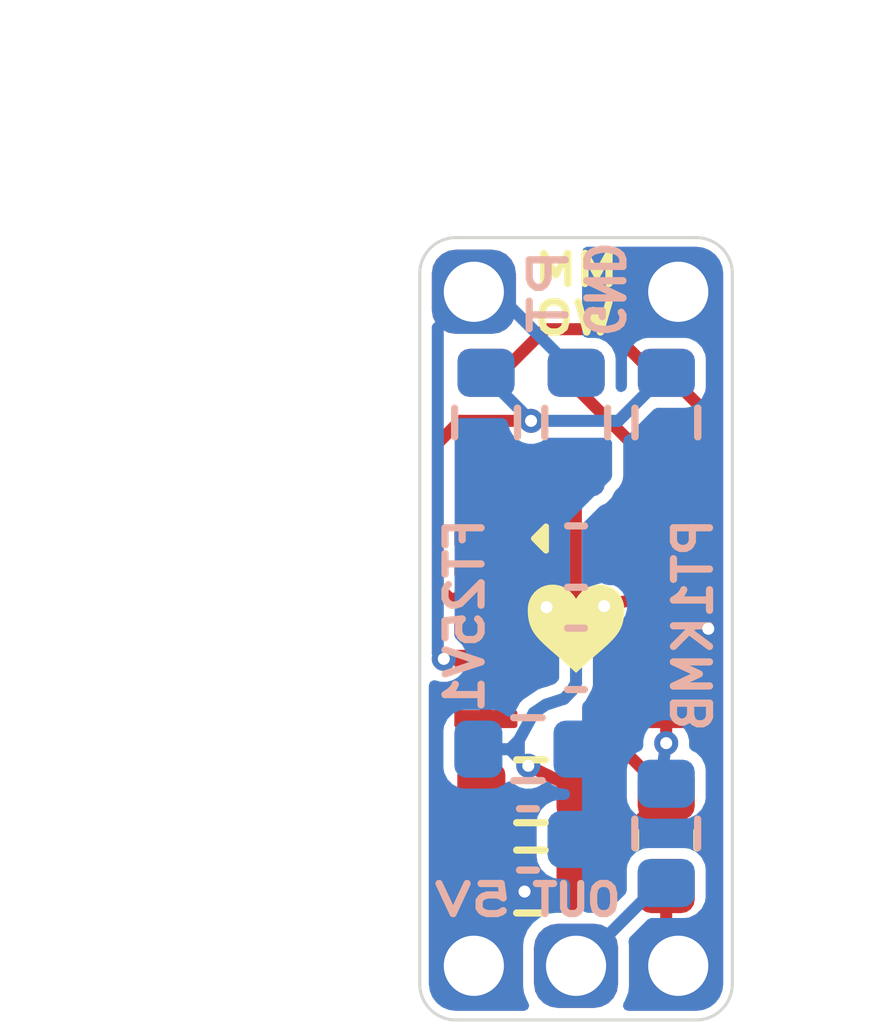
<source format=kicad_pcb>
(kicad_pcb (version 20241229) (generator "pcbnew") (generator_version "9.0")
  (layers (0 "F.Cu" signal) (2 "B.Cu" signal) (13 "F.Paste" user) (15 "B.Paste" user) (5 "F.SilkS" user "F.Silkscreen") (7 "B.SilkS" user "B.Silkscreen") (1 "F.Mask" user) (3 "B.Mask" user) (25 "Edge.Cuts" user))
  (net 0 "")
  (net 1 "GND")
  (net 2 "+5V")
  (net 3 "Net-(U1C-+)")
  (net 4 "/PT_SIDE")
  (net 5 "/OUT")
  (net 6 "/DIFF_OUT")
  (net 7 "/REF_SIDE")
  (net 8 "/REF_SIDE_BUFFERED")
  (net 9 "/PT_SIDE_BUFFERED")
  (net 10 "Net-(U1D--)")
  (net 11 "Net-(U1D-+)")
  (net 12 "Net-(U1C--)")
  (footprint "Resistor_SMD:R_0603_1608Metric" (layer "F.Cu") (at 138.95 96.5)
    (property "Reference" "R9" (hide yes))
    (property "Value" "9.09k")
    (fp_line (start -0.237258 -0.5225) (end 0.237258 -0.5225) (stroke (width 0.12)) (layer "F.SilkS"))
    (fp_line (start -0.237258 0.5225) (end 0.237258 0.5225) (stroke (width 0.12)) (layer "F.SilkS"))
    (pad "1" smd roundrect (at -0.825 0) (size 0.8 0.95) (layers "F.Cu" "F.Mask" "F.Paste") (net 2 "+5V"))
    (pad "2" smd roundrect (at 0.825 0) (size 0.8 0.95) (layers "F.Cu" "F.Mask" "F.Paste") (net 3 "Net-(U1C-+)"))
  )
  (footprint "MessbrueckePT1000:SOT-23-14" (layer "F.Cu") (at 139.7 92.3 -90)
    (property "Reference" "U1" (hide yes))
    (property "Value" "TLV9004")
    (fp_poly (pts (xy -1.5 0.7) (xy -1.7 0.5) (xy -1.3 0.5)) (stroke (width 0.1)) (fill yes) (layer "F.SilkS"))
    (pad "1" smd roundrect (at -1.5 1.5 270) (size 0.3 1.05) (layers "F.Cu" "F.Mask" "F.Paste") (roundrect_rratio 0.1666666667) (net 8 "/REF_SIDE_BUFFERED"))
    (pad "2" smd roundrect (at -1 1.5 270) (size 0.3 1.05) (layers "F.Cu" "F.Mask" "F.Paste") (roundrect_rratio 0.1666666667) (net 8 "/REF_SIDE_BUFFERED"))
    (pad "3" smd roundrect (at -0.5 1.5 270) (size 0.3 1.05) (layers "F.Cu" "F.Mask" "F.Paste") (roundrect_rratio 0.1666666667) (net 7 "/REF_SIDE"))
    (pad "4" smd roundrect (at 0 1.5 270) (size 0.3 1.05) (layers "F.Cu" "F.Mask" "F.Paste") (roundrect_rratio 0.1666666667) (net 2 "+5V"))
    (pad "5" smd roundrect (at 0.5 1.5 270) (size 0.3 1.05) (layers "F.Cu" "F.Mask" "F.Paste") (roundrect_rratio 0.1666666667) (net 4 "/PT_SIDE"))
    (pad "6" smd roundrect (at 1 1.5 270) (size 0.3 1.05) (layers "F.Cu" "F.Mask" "F.Paste") (roundrect_rratio 0.1666666667) (net 9 "/PT_SIDE_BUFFERED"))
    (pad "7" smd roundrect (at 1.5 1.5 270) (size 0.3 1.05) (layers "F.Cu" "F.Mask" "F.Paste") (roundrect_rratio 0.1666666667) (net 9 "/PT_SIDE_BUFFERED"))
    (pad "8" smd roundrect (at 1.5 -1.5 270) (size 0.3 1.05) (layers "F.Cu" "F.Mask" "F.Paste") (roundrect_rratio 0.1666666667) (net 12 "Net-(U1C--)"))
    (pad "9" smd roundrect (at 1 -1.5 270) (size 0.3 1.05) (layers "F.Cu" "F.Mask" "F.Paste") (roundrect_rratio 0.1666666667) (net 12 "Net-(U1C--)"))
    (pad "10" smd roundrect (at 0.5 -1.5 270) (size 0.3 1.05) (layers "F.Cu" "F.Mask" "F.Paste") (roundrect_rratio 0.1666666667) (net 3 "Net-(U1C-+)"))
    (pad "11" smd roundrect (at 0 -1.5 270) (size 0.3 1.05) (layers "F.Cu" "F.Mask" "F.Paste") (roundrect_rratio 0.1666666667) (net 1 "GND"))
    (pad "12" smd roundrect (at -0.5 -1.5 270) (size 0.3 1.05) (layers "F.Cu" "F.Mask" "F.Paste") (roundrect_rratio 0.1666666667) (net 11 "Net-(U1D-+)"))
    (pad "13" smd roundrect (at -1 -1.5 270) (size 0.3 1.05) (layers "F.Cu" "F.Mask" "F.Paste") (roundrect_rratio 0.1666666667) (net 10 "Net-(U1D--)"))
    (pad "14" smd roundrect (at -1.5 -1.5 270) (size 0.3 1.05) (layers "F.Cu" "F.Mask" "F.Paste") (roundrect_rratio 0.1666666667) (net 6 "/DIFF_OUT"))
  )
  (footprint "Capacitor_SMD:C_0603_1608Metric" (layer "F.Cu") (at 141.2 95.8 -90)
    (property "Reference" "C4" (hide yes))
    (property "Value" "100nF")
    (fp_line (start -0.140581 0.51) (end 0.140581 0.51) (stroke (width 0.12)) (layer "F.SilkS"))
    (fp_line (start -0.140581 -0.51) (end 0.140581 -0.51) (stroke (width 0.12)) (layer "F.SilkS"))
    (pad "1" smd roundrect (at -0.775 0 270) (size 0.9 0.95) (layers "F.Cu" "F.Mask" "F.Paste") (net 3 "Net-(U1C-+)"))
    (pad "2" smd roundrect (at 0.775 0 270) (size 0.9 0.95) (layers "F.Cu" "F.Mask" "F.Paste") (net 1 "GND"))
  )
  (footprint "MessbrueckePT1000:SolderWire_Small_1mm" (layer "F.Cu") (at 141.4 97.9 90)
    (property "Reference" "J5" (hide yes))
    (property "Value" "Conn_01x01_Socket" (hide yes))
    (pad "1" thru_hole roundrect (at 0 0 90) (size 1.4 1.4) (drill 1) (layers "*.Cu" "*.Mask") (roundrect_rratio 0.2857142857) (net 1 "GND"))
  )
  (footprint "Resistor_SMD:R_0603_1608Metric" (layer "F.Cu") (at 138.95 95 180)
    (property "Reference" "R5" (hide yes))
    (property "Value" "1k")
    (fp_line (start -0.237258 0.5225) (end 0.237258 0.5225) (stroke (width 0.12)) (layer "F.SilkS"))
    (fp_line (start -0.237258 -0.5225) (end 0.237258 -0.5225) (stroke (width 0.12)) (layer "F.SilkS"))
    (pad "1" smd roundrect (at -0.825 0 180) (size 0.8 0.95) (layers "F.Cu" "F.Mask" "F.Paste") (net 11 "Net-(U1D-+)"))
    (pad "2" smd roundrect (at 0.825 0 180) (size 0.8 0.95) (layers "F.Cu" "F.Mask" "F.Paste") (net 9 "/PT_SIDE_BUFFERED"))
  )
  (footprint "MessbrueckePT1000:SolderWire_Small_1mm" (layer "F.Cu") (at 139.7 97.9 90)
    (property "Reference" "J4" (hide yes))
    (property "Value" "Conn_01x01_Socket" (hide yes))
    (pad "1" thru_hole roundrect (at 0 0 90) (size 1.4 1.4) (drill 1) (layers "*.Cu" "*.Mask") (roundrect_rratio 0.2857142857) (net 5 "/OUT"))
  )
  (footprint "LOGO" (layer "F.Cu") (at 139.7 92.3)
    (property "Reference" "G***" (hide yes))
    (property "Value" "LOGO" (hide yes))
    (fp_poly (pts (xy 0.398861 -0.73286) (xy 0.414463 -0.732423) (xy 0.429168 -0.731663) (xy 0.442329 -0.730585) (xy 0.452848 -0.729264) (xy 0.488333 -0.722271) (xy 0.522558 -0.712615) (xy 0.555438 -0.700334) (xy 0.586889 -0.685466) (xy 0.616826 -0.668049) (xy 0.645166 -0.648119) (xy 0.658265 -0.637598) (xy 0.683499 -0.614518) (xy 0.706526 -0.589468) (xy 0.727278 -0.562581) (xy 0.745684 -0.533993) (xy 0.761675 -0.503837) (xy 0.775183 -0.472249) (xy 0.786137 -0.439362) (xy 0.794468 -0.405312) (xy 0.800107 -0.370232) (xy 0.801187 -0.360319) (xy 0.801709 -0.352678) (xy 0.802063 -0.342545) (xy 0.802256 -0.330424) (xy 0.802298 -0.316817) (xy 0.802198 -0.302227) (xy 0.801962 -0.287158) (xy 0.801601 -0.272112) (xy 0.801122 -0.257592) (xy 0.800534 -0.244102) (xy 0.799846 -0.232145) (xy 0.799065 -0.222222) (xy 0.798818 -0.219755) (xy 0.794109 -0.182275) (xy 0.788173 -0.147178) (xy 0.780899 -0.114063) (xy 0.772176 -0.082528) (xy 0.761894 -0.052173) (xy 0.749942 -0.022596) (xy 0.736667 0.005694) (xy 0.723921 0.029834) (xy 0.710128 0.053361) (xy 0.695071 0.076564) (xy 0.678534 0.099727) (xy 0.6603 0.123139) (xy 0.640154 0.147085) (xy 0.617878 0.171851) (xy 0.593257 0.197725) (xy 0.586569 0.204544) (xy 0.575523 0.215686) (xy 0.564772 0.226405) (xy 0.55413 0.236874) (xy 0.543409 0.247261) (xy 0.532423 0.257739) (xy 0.520985 0.268477) (xy 0.508907 0.279648) (xy 0.496002 0.29142) (xy 0.482085 0.303966) (xy 0.466966 0.317456) (xy 0.450461 0.332061) (xy 0.432381 0.347951) (xy 0.41254 0.365298) (xy 0.390751 0.384272) (xy 0.371191 0.401257) (xy 0.342022 0.426578) (xy 0.314961 0.450104) (xy 0.289837 0.471986) (xy 0.266478 0.492378) (xy 0.244713 0.511434) (xy 0.224369 0.529307) (xy 0.205275 0.546149) (xy 0.18726 0.562113) (xy 0.17015 0.577354) (xy 0.153775 0.592023) (xy 0.137963 0.606275) (xy 0.122541 0.620262) (xy 0.107339 0.634137) (xy 0.092183 0.648054) (xy 0.076904 0.662165) (xy 0.061328 0.676624) (xy 0.045283 0.691584) (xy 0.041496 0.695124) (xy 0.032306 0.703701) (xy 0.023799 0.711607) (xy 0.016226 0.718614) (xy 0.009835 0.724492) (xy 0.004877 0.729013) (xy 0.001599 0.731945) (xy 0.000253 0.733061) (xy 0.000245 0.733064) (xy -0.001179 0.732216) (xy -0.004274 0.729688) (xy -0.008562 0.725888) (xy -0.012751 0.721997) (xy -0.030497 0.705239) (xy -0.048099 0.688729) (xy -0.065721 0.672318) (xy -0.083527 0.655859) (xy -0.101681 0.639206) (xy -0.120348 0.622212) (xy -0.139692 0.604729) (xy -0.159877 0.586611) (xy -0.181067 0.56771) (xy -0.203426 0.547881) (xy -0.227119 0.526975) (xy -0.252309 0.504846) (xy -0.279162 0.481346) (xy -0.30784 0.45633) (xy -0.338508 0.429649) (xy -0.366008 0.405775) (xy -0.388588 0.386171) (xy -0.409072 0.368347) (xy -0.427645 0.352135) (xy -0.444493 0.337367) (xy -0.459801 0.323876) (xy -0.473756 0.311492) (xy -0.486541 0.300049) (xy -0.498344 0.289377) (xy -0.509349 0.27931) (xy -0.519742 0.269679) (xy -0.529708 0.260316) (xy -0.539433 0.251054) (xy -0.549103 0.241724) (xy -0.558902 0.232157) (xy -0.569017 0.222188) (xy -0.572018 0.219214) (xy -0.598468 0.19242) (xy -0.6225 0.166853) (xy -0.644307 0.14226) (xy -0.664081 0.118386) (xy -0.682013 0.094977) (xy -0.698294 0.071779) (xy -0.713117 0.048538) (xy -0.726673 0.025) (xy -0.739153 0.00091) (xy -0.743564 -0.008251) (xy -0.758078 -0.041946) (xy -0.770507 -0.077168) (xy -0.780888 -0.114067) (xy -0.789257 -0.152795) (xy -0.795648 -0.193502) (xy -0.800098 -0.236337) (xy -0.801091 -0.250108) (xy -0.801791 -0.263862) (xy -0.802226 -0.279044) (xy -0.802408 -0.295137) (xy -0.802348 -0.31162) (xy -0.802057 -0.327975) (xy -0.801546 -0.343683) (xy -0.800827 -0.358224) (xy -0.799911 -0.371081) (xy -0.798808 -0.381732) (xy -0.79816 -0.386258) (xy -0.791024 -0.421314) (xy -0.781264 -0.455145) (xy -0.768952 -0.487633) (xy -0.754163 -0.51866) (xy -0.73697 -0.54811) (xy -0.717447 -0.575863) (xy -0.695667 -0.601804) (xy -0.671705 -0.625814) (xy -0.645634 -0.647776) (xy -0.624693 -0.662866) (xy -0.595785 -0.680698) (xy -0.565972 -0.695883) (xy -0.535004 -0.708514) (xy -0.502632 -0.71869) (xy -0.468606 -0.726505) (xy -0.45226 -0.729345) (xy -0.44143 -0.730689) (xy -0.428409 -0.731726) (xy -0.413842 -0.732453) (xy -0.398376 -0.732866) (xy -0.382655 -0.732961) (xy -0.367325 -0.732734) (xy -0.35303 -0.732182) (xy -0.340417 -0.7313) (xy -0.330131 -0.730085) (xy -0.330007 -0.730066) (xy -0.295285 -0.72339) (xy -0.26224 -0.714434) (xy -0.230575 -0.703071) (xy -0.199991 -0.689169) (xy -0.170188 -0.6726) (xy -0.140867 -0.653233) (xy -0.124338 -0.640956) (xy -0.11552 -0.633741) (xy -0.105308 -0.62471) (xy -0.094209 -0.614369) (xy -0.082732 -0.603221) (xy -0.071384 -0.591771) (xy -0.060674 -0.580523) (xy -0.051109 -0.569981) (xy -0.043198 -0.56065) (xy -0.042286 -0.559512) (xy -0.036352 -0.551791) (xy -0.029564 -0.542539) (xy -0.022648 -0.532773) (xy -0.016335 -0.523511) (xy -0.014658 -0.520969) (xy -0.010039 -0.513961) (xy -0.005979 -0.507923) (xy -0.002762 -0.503267) (xy -0.000669 -0.500403) (xy -0.000001 -0.499676) (xy 0.001025 -0.500868) (xy 0.003394 -0.50417) (xy 0.006825 -0.509172) (xy 0.011035 -0.515463) (xy 0.014657 -0.520969) (xy 0.020646 -0.52988) (xy 0.027459 -0.539602) (xy 0.034366 -0.549116) (xy 0.040638 -0.557406) (xy 0.042295 -0.559512) (xy 0.049579 -0.568209) (xy 0.058543 -0.578191) (xy 0.068697 -0.588971) (xy 0.079553 -0.600061) (xy 0.090622 -0.610974) (xy 0.101415 -0.621222) (xy 0.111443 -0.630318) (xy 0.120217 -0.637774) (xy 0.123002 -0.639984) (xy 0.152389 -0.661205) (xy 0.182116 -0.679546) (xy 0.21246 -0.695128) (xy 0.243696 -0.708071) (xy 0.276101 -0.718494) (xy 0.309949 -0.726518) (xy 0.330006 -0.730066) (xy 0.340402 -0.731303) (xy 0.353132 -0.732197) (xy 0.367549 -0.732752) (xy 0.383007 -0.732972)) (fill yes) (layer "F.SilkS"))
  )
  (footprint "Resistor_SMD:R_0603_1608Metric" (layer "F.Cu") (at 139.702775 88.872225 90)
    (property "Reference" "R8" (hide yes))
    (property "Value" "1k")
    (fp_line (start -0.237258 -0.5225) (end 0.237258 -0.5225) (stroke (width 0.12)) (layer "F.SilkS"))
    (fp_line (start -0.237258 0.5225) (end 0.237258 0.5225) (stroke (width 0.12)) (layer "F.SilkS"))
    (pad "1" smd roundrect (at -0.825 0 90) (size 0.8 0.95) (layers "F.Cu" "F.Mask" "F.Paste") (net 3 "Net-(U1C-+)"))
    (pad "2" smd roundrect (at 0.825 0 90) (size 0.8 0.95) (layers "F.Cu" "F.Mask" "F.Paste") (net 6 "/DIFF_OUT"))
  )
  (footprint "Resistor_SMD:R_0603_1608Metric" (layer "F.Cu") (at 141.202775 88.872225 90)
    (property "Reference" "R6" (hide yes))
    (property "Value" "43k")
    (fp_line (start -0.237258 -0.5225) (end 0.237258 -0.5225) (stroke (width 0.12)) (layer "F.SilkS"))
    (fp_line (start -0.237258 0.5225) (end 0.237258 0.5225) (stroke (width 0.12)) (layer "F.SilkS"))
    (pad "1" smd roundrect (at -0.825 0 90) (size 0.8 0.95) (layers "F.Cu" "F.Mask" "F.Paste") (net 6 "/DIFF_OUT"))
    (pad "2" smd roundrect (at 0.825 0 90) (size 0.8 0.95) (layers "F.Cu" "F.Mask" "F.Paste") (net 10 "Net-(U1D--)"))
  )
  (footprint "MessbrueckePT1000:SolderWire_Small_1mm" (layer "F.Cu") (at 138 97.9 90)
    (property "Reference" "J3" (hide yes))
    (property "Value" "Conn_01x01_Socket" (hide yes))
    (pad "1" thru_hole roundrect (at 0 0 90) (size 1.4 1.4) (drill 1) (layers "*.Cu" "*.Mask") (roundrect_rratio 0.2857142857) (net 2 "+5V"))
  )
  (footprint "MessbrueckePT1000:SolderWire_Small_1mm" (layer "F.Cu") (at 138 86.7 90)
    (property "Reference" "J1" (hide yes))
    (property "Value" "Conn_01x01_Socket" (hide yes))
    (pad "1" thru_hole roundrect (at 0 0 90) (size 1.4 1.4) (drill 1) (layers "*.Cu" "*.Mask") (roundrect_rratio 0.2857142857) (net 4 "/PT_SIDE"))
  )
  (footprint "Resistor_SMD:R_0603_1608Metric" (layer "F.Cu") (at 138.202775 88.872225 -90)
    (property "Reference" "R4" (hide yes))
    (property "Value" "1k")
    (fp_line (start -0.237258 0.5225) (end 0.237258 0.5225) (stroke (width 0.12)) (layer "F.SilkS"))
    (fp_line (start -0.237258 -0.5225) (end 0.237258 -0.5225) (stroke (width 0.12)) (layer "F.SilkS"))
    (pad "1" smd roundrect (at -0.825 0 270) (size 0.8 0.95) (layers "F.Cu" "F.Mask" "F.Paste") (net 10 "Net-(U1D--)"))
    (pad "2" smd roundrect (at 0.825 0 270) (size 0.8 0.95) (layers "F.Cu" "F.Mask" "F.Paste") (net 8 "/REF_SIDE_BUFFERED"))
  )
  (footprint "MessbrueckePT1000:SolderWire_Small_1mm" (layer "F.Cu") (at 141.4 86.7 90)
    (property "Reference" "J2" (hide yes))
    (property "Value" "Conn_01x01_Socket" (hide yes))
    (pad "1" thru_hole roundrect (at 0 0 90) (size 1.4 1.4) (drill 1) (layers "*.Cu" "*.Mask") (roundrect_rratio 0.2857142857) (net 1 "GND"))
  )
  (footprint "Capacitor_SMD:C_0603_1608Metric" (layer "B.Cu") (at 139.7 92.8)
    (property "Reference" "C2" (hide yes))
    (property "Value" "10nF")
    (fp_line (start -0.140581 -0.51) (end 0.140581 -0.51) (stroke (width 0.12)) (layer "B.SilkS"))
    (fp_line (start -0.140581 0.51) (end 0.140581 0.51) (stroke (width 0.12)) (layer "B.SilkS"))
    (pad "1" smd roundrect (at -0.775 0) (size 0.9 0.95) (layers "B.Cu" "B.Mask" "B.Paste") (net 2 "+5V"))
    (pad "2" smd roundrect (at 0.775 0) (size 0.9 0.95) (layers "B.Cu" "B.Mask" "B.Paste") (net 1 "GND"))
  )
  (footprint "Resistor_SMD:R_0603_1608Metric" (layer "B.Cu") (at 139.702775 88.872225 90)
    (property "Reference" "R1" (hide yes))
    (property "Value" "9.09k")
    (fp_line (start -0.237258 -0.5225) (end 0.237258 -0.5225) (stroke (width 0.12)) (layer "B.SilkS"))
    (fp_line (start -0.237258 0.5225) (end 0.237258 0.5225) (stroke (width 0.12)) (layer "B.SilkS"))
    (pad "1" smd roundrect (at -0.825 0 90) (size 0.8 0.95) (layers "B.Cu" "B.Mask" "B.Paste") (net 2 "+5V"))
    (pad "2" smd roundrect (at 0.825 0 90) (size 0.8 0.95) (layers "B.Cu" "B.Mask" "B.Paste") (net 4 "/PT_SIDE"))
  )
  (footprint "Resistor_SMD:R_0603_1608Metric" (layer "B.Cu") (at 138.202775 88.872225 90)
    (property "Reference" "R2" (hide yes))
    (property "Value" "9.09k")
    (fp_line (start -0.237258 -0.5225) (end 0.237258 -0.5225) (stroke (width 0.12)) (layer "B.SilkS"))
    (fp_line (start -0.237258 0.5225) (end 0.237258 0.5225) (stroke (width 0.12)) (layer "B.SilkS"))
    (pad "1" smd roundrect (at -0.825 0 90) (size 0.8 0.95) (layers "B.Cu" "B.Mask" "B.Paste") (net 2 "+5V"))
    (pad "2" smd roundrect (at 0.825 0 90) (size 0.8 0.95) (layers "B.Cu" "B.Mask" "B.Paste") (net 7 "/REF_SIDE"))
  )
  (footprint "Resistor_SMD:R_0603_1608Metric" (layer "B.Cu") (at 141.202775 88.872225 -90)
    (property "Reference" "R3" (hide yes))
    (property "Value" "1k")
    (fp_line (start -0.237258 0.5225) (end 0.237258 0.5225) (stroke (width 0.12)) (layer "B.SilkS"))
    (fp_line (start -0.237258 -0.5225) (end 0.237258 -0.5225) (stroke (width 0.12)) (layer "B.SilkS"))
    (pad "1" smd roundrect (at -0.825 0 270) (size 0.8 0.95) (layers "B.Cu" "B.Mask" "B.Paste") (net 7 "/REF_SIDE"))
    (pad "2" smd roundrect (at 0.825 0 270) (size 0.8 0.95) (layers "B.Cu" "B.Mask" "B.Paste") (net 1 "GND"))
  )
  (footprint "Resistor_SMD:R_0603_1608Metric" (layer "B.Cu") (at 138.9 94.3)
    (property "Reference" "R7" (hide yes))
    (property "Value" "43k")
    (fp_line (start -0.237258 -0.5225) (end 0.237258 -0.5225) (stroke (width 0.12)) (layer "B.SilkS"))
    (fp_line (start -0.237258 0.5225) (end 0.237258 0.5225) (stroke (width 0.12)) (layer "B.SilkS"))
    (pad "1" smd roundrect (at -0.825 0) (size 0.8 0.95) (layers "B.Cu" "B.Mask" "B.Paste") (net 11 "Net-(U1D-+)"))
    (pad "2" smd roundrect (at 0.825 0) (size 0.8 0.95) (layers "B.Cu" "B.Mask" "B.Paste") (net 1 "GND"))
  )
  (footprint "Capacitor_SMD:C_0603_1608Metric" (layer "B.Cu") (at 138.9 95.8)
    (property "Reference" "C3" (hide yes))
    (property "Value" "100nF")
    (fp_line (start -0.140581 -0.51) (end 0.140581 -0.51) (stroke (width 0.12)) (layer "B.SilkS"))
    (fp_line (start -0.140581 0.51) (end 0.140581 0.51) (stroke (width 0.12)) (layer "B.SilkS"))
    (pad "1" smd roundrect (at -0.775 0) (size 0.9 0.95) (layers "B.Cu" "B.Mask" "B.Paste") (net 2 "+5V"))
    (pad "2" smd roundrect (at 0.775 0) (size 0.9 0.95) (layers "B.Cu" "B.Mask" "B.Paste") (net 1 "GND"))
  )
  (footprint "Resistor_SMD:R_0603_1608Metric" (layer "B.Cu") (at 141.2 95.7 90)
    (property "Reference" "R10" (hide yes))
    (property "Value" "1k")
    (fp_line (start -0.237258 -0.5225) (end 0.237258 -0.5225) (stroke (width 0.12)) (layer "B.SilkS"))
    (fp_line (start -0.237258 0.5225) (end 0.237258 0.5225) (stroke (width 0.12)) (layer "B.SilkS"))
    (pad "1" smd roundrect (at -0.825 0 90) (size 0.8 0.95) (layers "B.Cu" "B.Mask" "B.Paste") (net 5 "/OUT"))
    (pad "2" smd roundrect (at 0.825 0 90) (size 0.8 0.95) (layers "B.Cu" "B.Mask" "B.Paste") (net 12 "Net-(U1C--)"))
  )
  (footprint "Capacitor_SMD:C_0603_1608Metric" (layer "B.Cu") (at 139.7 91.1)
    (property "Reference" "C1" (hide yes))
    (property "Value" "1uF")
    (fp_line (start -0.140581 -0.51) (end 0.140581 -0.51) (stroke (width 0.12)) (layer "B.SilkS"))
    (fp_line (start -0.140581 0.51) (end 0.140581 0.51) (stroke (width 0.12)) (layer "B.SilkS"))
    (pad "1" smd roundrect (at -0.775 0) (size 0.9 0.95) (layers "B.Cu" "B.Mask" "B.Paste") (net 2 "+5V"))
    (pad "2" smd roundrect (at 0.775 0) (size 0.9 0.95) (layers "B.Cu" "B.Mask" "B.Paste") (net 1 "GND"))
  )
  (gr_line (start 137.1 98.2) (end 137.1 86.4) (stroke (width 0.05)) (layer "Edge.Cuts"))
  (gr_arc (start 137.7 98.8) (mid 137.275736 98.624264) (end 137.1 98.2) (stroke (width 0.05)) (layer "Edge.Cuts"))
  (gr_arc (start 141.7 85.8) (mid 142.124264 85.975736) (end 142.3 86.4) (stroke (width 0.05)) (layer "Edge.Cuts"))
  (gr_line (start 141.7 85.8) (end 137.7 85.8) (stroke (width 0.05)) (layer "Edge.Cuts"))
  (gr_line (start 142.3 98.2) (end 142.3 86.4) (stroke (width 0.05)) (layer "Edge.Cuts"))
  (gr_line (start 141.7 98.8) (end 137.7 98.8) (stroke (width 0.05)) (layer "Edge.Cuts"))
  (gr_arc (start 137.1 86.4) (mid 137.275736 85.975736) (end 137.7 85.8) (stroke (width 0.05)) (layer "Edge.Cuts"))
  (gr_arc (start 142.3 98.2) (mid 142.124264 98.624264) (end 141.7 98.8) (stroke (width 0.05)) (layer "Edge.Cuts"))
  (gr_text "MM\nOW" (at 138.940847 87.435361 0) (layer "F.SilkS") (effects (font (size 0.5 0.6) (thickness 0.12) (bold yes)) (justify left bottom)))
  (gr_text "PT1KMB" (at 142 90.4 90) (layer "B.SilkS") (effects (font (size 0.6 0.6) (thickness 0.12) (bold yes)) (justify left bottom mirror)))
  (gr_text "OUT" (at 140.5 97.1 0) (layer "B.SilkS") (effects (font (size 0.5 0.5) (thickness 0.12) (bold yes)) (justify left bottom mirror)))
  (gr_text "GND" (at 139.8 87.5 -90) (layer "B.SilkS") (effects (font (size 0.6 0.5) (thickness 0.12) (bold yes)) (justify left bottom mirror)))
  (gr_text "FT25V1" (at 138.2 90.4 90) (layer "B.SilkS") (effects (font (size 0.6 0.6) (thickness 0.12) (bold yes)) (justify left bottom mirror)))
  (gr_text "PT" (at 139.6 85.9 90) (layer "B.SilkS") (effects (font (size 0.6 0.8) (thickness 0.12) (bold yes)) (justify left bottom mirror)))
  (gr_text "5V" (at 138.7 97.1 0) (layer "B.SilkS") (effects (font (size 0.5 0.7) (thickness 0.12) (bold yes)) (justify left bottom mirror)))
  (segment (start 141.2 97.7) (end 141.4 97.9) (width 0.2) (layer "F.Cu") (net 1))
  (segment (start 141.2 92.3) (end 141.9 92.3) (width 0.2) (layer "F.Cu") (net 1))
  (segment (start 141.2 96.575) (end 141.2 97.7) (width 0.2) (layer "F.Cu") (net 1))
  (via (at 141.9 92.3) (size 0.4) (drill 0.2) (layers "F.Cu" "B.Cu") (net 1))
  (segment (start 138.2 92.3) (end 138.850247 92.3) (width 0.2) (layer "F.Cu") (net 2))
  (segment (start 138.850247 92.3) (end 139.209731 91.940516) (width 0.2) (layer "F.Cu") (net 2))
  (segment (start 138.843491 96.666305) (end 138.125 96.5) (width 0.2) (layer "F.Cu") (net 2))
  (via (at 138.843491 96.666305) (size 0.4) (drill 0.2) (layers "F.Cu" "B.Cu") (net 2))
  (via (at 139.209731 91.940516) (size 0.4) (drill 0.2) (layers "F.Cu" "B.Cu") (net 2))
  (segment (start 138.843491 96.666305) (end 138.125 95.8) (width 0.2) (layer "B.Cu") (net 2))
  (segment (start 140.365801 92.8) (end 139.697225 92.131424) (width 0.2) (layer "F.Cu") (net 3))
  (segment (start 139.7 89.7) (end 139.702775 89.697225) (width 0.2) (layer "F.Cu") (net 3))
  (segment (start 139.775 96.5) (end 141.2 95.025) (width 0.2) (layer "F.Cu") (net 3))
  (segment (start 140.627226 92.8) (end 140.365801 92.8) (width 0.2) (layer "F.Cu") (net 3))
  (segment (start 141.2 95.025) (end 140.374 94.199) (width 0.2) (layer "F.Cu") (net 3))
  (segment (start 140.374 93.053226) (end 140.374 92.808199) (width 0.2) (layer "F.Cu") (net 3))
  (segment (start 140.374 92.808199) (end 140.365801 92.8) (width 0.2) (layer "F.Cu") (net 3))
  (segment (start 140.627226 92.8) (end 141.2 92.8) (width 0.2) (layer "F.Cu") (net 3))
  (segment (start 140.374 93.053226) (end 140.627226 92.8) (width 0.2) (layer "F.Cu") (net 3))
  (segment (start 140.374 94.199) (end 140.374 93.053226) (width 0.2) (layer "F.Cu") (net 3))
  (segment (start 139.697225 92.131424) (end 139.697225 89.377775) (width 0.2) (layer "F.Cu") (net 3))
  (segment (start 138.2 92.8) (end 137.5 92.8) (width 0.2) (layer "F.Cu") (net 4))
  (via (at 137.5 92.8) (size 0.4) (drill 0.2) (layers "F.Cu" "B.Cu") (net 4))
  (segment (start 138.35555 86.7) (end 138 86.7) (width 0.2) (layer "B.Cu") (net 4))
  (segment (start 137.4 92.7) (end 137.5 92.8) (width 0.2) (layer "B.Cu") (net 4))
  (segment (start 139.702775 88.047225) (end 138.35555 86.7) (width 0.2) (layer "B.Cu") (net 4))
  (segment (start 138 86.7) (end 137.4 87.3) (width 0.2) (layer "B.Cu") (net 4))
  (segment (start 137.4 87.3) (end 137.4 92.7) (width 0.2) (layer "B.Cu") (net 4))
  (segment (start 139.7 97.9) (end 139.725 97.9) (width 0.2) (layer "B.Cu") (net 5))
  (segment (start 139.725 97.9) (end 141.1 96.525) (width 0.2) (layer "B.Cu") (net 5))
  (segment (start 141.202775 89.697225) (end 141.2 90.8) (width 0.2) (layer "F.Cu") (net 6))
  (segment (start 141.202775 89.797225) (end 139.702775 88.297225) (width 0.2) (layer "F.Cu") (net 6))
  (segment (start 137.6 91.8) (end 137.4 91.6) (width 0.2) (layer "F.Cu") (net 7))
  (segment (start 137.4 89.216147) (end 137.771239 88.844908) (width 0.2) (layer "F.Cu") (net 7))
  (segment (start 137.771239 88.844908) (end 138.951663 88.844908) (width 0.2) (layer "F.Cu") (net 7))
  (segment (start 138.2 91.8) (end 137.6 91.8) (width 0.2) (layer "F.Cu") (net 7))
  (segment (start 137.4 91.6) (end 137.4 89.216147) (width 0.2) (layer "F.Cu") (net 7))
  (via (at 138.951663 88.844908) (size 0.4) (drill 0.2) (layers "F.Cu" "B.Cu") (net 7))
  (segment (start 140.405092 88.844908) (end 141.202775 88.047225) (width 0.2) (layer "B.Cu") (net 7))
  (segment (start 138.202775 88.047225) (end 138.202775 88.09602) (width 0.2) (layer "B.Cu") (net 7))
  (segment (start 138.202775 88.09602) (end 138.951663 88.844908) (width 0.2) (layer "B.Cu") (net 7))
  (segment (start 138.951663 88.844908) (end 140.405092 88.844908) (width 0.2) (layer "B.Cu") (net 7))
  (segment (start 138.2 91.3) (end 138.202775 89.697225) (width 0.2) (layer "F.Cu") (net 8))
  (segment (start 138.2 94.975) (end 138.125 95.05) (width 0.2) (layer "F.Cu") (net 9))
  (segment (start 138.2 93.3) (end 138.2 94.975) (width 0.2) (layer "F.Cu") (net 9))
  (segment (start 140.978881 88.047225) (end 140.253881 87.322225) (width 0.2) (layer "F.Cu") (net 10))
  (segment (start 142 91.025) (end 142 88.84445) (width 0.2) (layer "F.Cu") (net 10))
  (segment (start 138.460943 88.047225) (end 138.202775 88.047225) (width 0.2) (layer "F.Cu") (net 10))
  (segment (start 140.253881 87.322225) (end 139.185943 87.322225) (width 0.2) (layer "F.Cu") (net 10))
  (segment (start 141.202775 88.047225) (end 140.978881 88.047225) (width 0.2) (layer "F.Cu") (net 10))
  (segment (start 139.185943 87.322225) (end 138.460943 88.047225) (width 0.2) (layer "F.Cu") (net 10))
  (segment (start 142 88.84445) (end 141.202775 88.047225) (width 0.2) (layer "F.Cu") (net 10))
  (segment (start 141.725 91.3) (end 142 91.025) (width 0.2) (layer "F.Cu") (net 10))
  (segment (start 141.2 91.3) (end 141.725 91.3) (width 0.2) (layer "F.Cu") (net 10))
  (segment (start 139.775 95) (end 138.905612 94.576055) (width 0.2) (layer "F.Cu") (net 11))
  (segment (start 140.724529 91.796133) (end 141.2 91.8) (width 0.2) (layer "F.Cu") (net 11))
  (segment (start 140.16756 91.92301) (end 140.724529 91.796133) (width 0.2) (layer "F.Cu") (net 11))
  (via (at 138.905612 94.576055) (size 0.4) (drill 0.2) (layers "F.Cu" "B.Cu") (net 11))
  (via (at 140.16756 91.92301) (size 0.4) (drill 0.2) (layers "F.Cu" "B.Cu") (net 11))
  (segment (start 138.748704 94.151296) (end 138.748704 94.451296) (width 0.2) (layer "B.Cu") (net 11))
  (segment (start 139.2 93.559858) (end 138.997013 93.697013) (width 0.2) (layer "B.Cu") (net 11))
  (segment (start 138.997013 93.697013) (end 138.748704 94.151296) (width 0.2) (layer "B.Cu") (net 11))
  (segment (start 139.5 93.463429) (end 139.2 93.559858) (width 0.2) (layer "B.Cu") (net 11))
  (segment (start 139.7 92.368632) (end 139.7 93.2) (width 0.2) (layer "B.Cu") (net 11))
  (segment (start 138.905612 94.576055) (end 138.748704 94.451296) (width 0.2) (layer "B.Cu") (net 11))
  (segment (start 140.16756 91.92301) (end 140.131881 91.936751) (width 0.2) (layer "B.Cu") (net 11))
  (segment (start 137.975 94.3) (end 138.598704 94.301296) (width 0.2) (layer "B.Cu") (net 11))
  (segment (start 139.7 93.2) (end 139.629477 93.329477) (width 0.2) (layer "B.Cu") (net 11))
  (segment (start 138.748704 94.451296) (end 138.598704 94.301296) (width 0.2) (layer "B.Cu") (net 11))
  (segment (start 140.131881 91.936751) (end 139.7 92.368632) (width 0.2) (layer "B.Cu") (net 11))
  (segment (start 138.598704 94.301296) (end 138.748704 94.151296) (width 0.2) (layer "B.Cu") (net 11))
  (segment (start 139.629477 93.329477) (end 139.5 93.463429) (width 0.2) (layer "B.Cu") (net 11))
  (segment (start 141.2 93.3) (end 141.2 93.8) (width 0.2) (layer "F.Cu") (net 12))
  (segment (start 141.2 94.2) (end 141.2 93.8) (width 0.2) (layer "F.Cu") (net 12))
  (via (at 141.2 94.2) (size 0.4) (drill 0.2) (layers "F.Cu" "B.Cu") (net 12))
  (segment (start 141.2 94.2) (end 141.1 94.875) (width 0.2) (layer "B.Cu") (net 12))
  (zone (net 2) (net_name "+5V") (layer "B.Cu") (priority 1) (connect_pads yes (clearance 0.18)) (min_thickness 0.18) (fill yes (thermal_gap 0.5) (thermal_bridge_width 0.5))
    (polygon (pts (xy 137.1 98.8) (xy 137.1 88.8) (xy 140.3 88.8) (xy 140.3 89.8) (xy 139.6 90.5) (xy 139.6 98.8)))
  )
  (zone (net 1) (net_name "GND") (layer "B.Cu") (connect_pads yes (clearance 0.18)) (min_thickness 0.18) (fill yes (thermal_gap 0.5) (thermal_bridge_width 0.5))
    (polygon (pts (xy 142.3 98.8) (xy 142.3 85.7) (xy 139.8 85.7) (xy 139.8 98.8)))
  )
)
</source>
